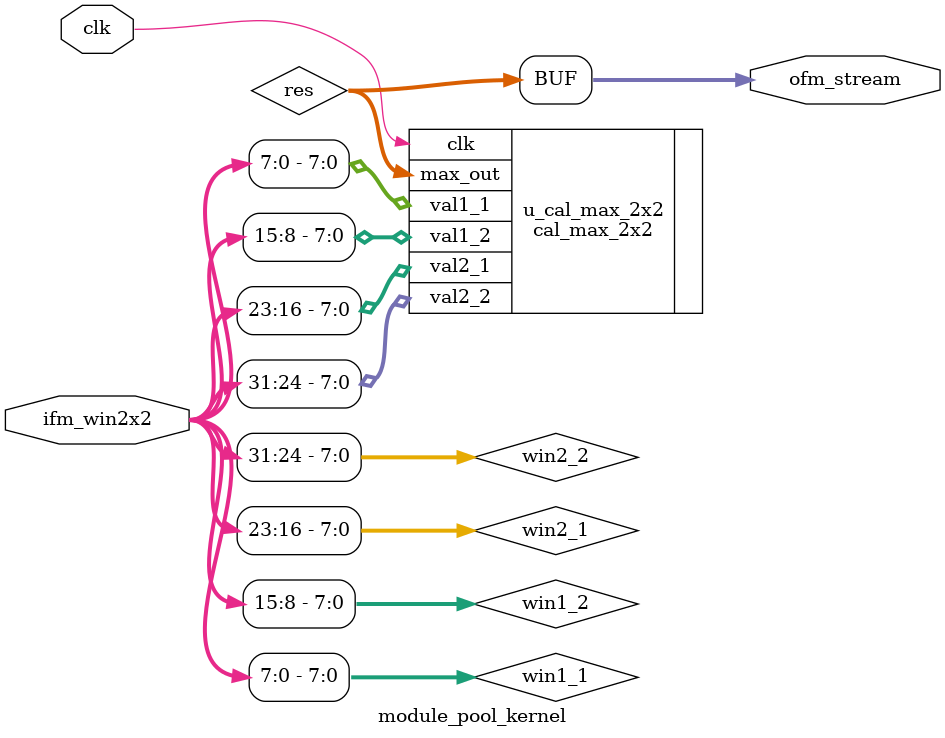
<source format=v>
module module_pool_kernel
(
	input clk,
	input [31:0] ifm_win2x2,
	output [7:0] ofm_stream
);
	wire [7:0] win1_1;
	wire [7:0] win1_2;
	wire [7:0] win2_1;
	wire [7:0] win2_2;
	wire [7:0] res;
	
	assign win1_1=ifm_win2x2[7:0];
	assign win1_2=ifm_win2x2[15:8];
	assign win2_1=ifm_win2x2[23:16];
	assign win2_2=ifm_win2x2[31:24];
	
	cal_max_2x2
	#(
		.WIDTH(8)
	)
	u_cal_max_2x2
	(
		.clk(clk),
		.val1_1(win1_1),
		.val1_2(win1_2),
		.val2_1(win2_1),
		.val2_2(win2_2),
		.max_out(res)
	);
	assign ofm_stream = res;
	// always@(posedge clk) begin
	// 	if(zero_out) begin
	// 		ofm_stream<=zero_point;
	// 	end else begin
	// 		ofm_stream<=res;
	// 	end
	// end
endmodule
</source>
